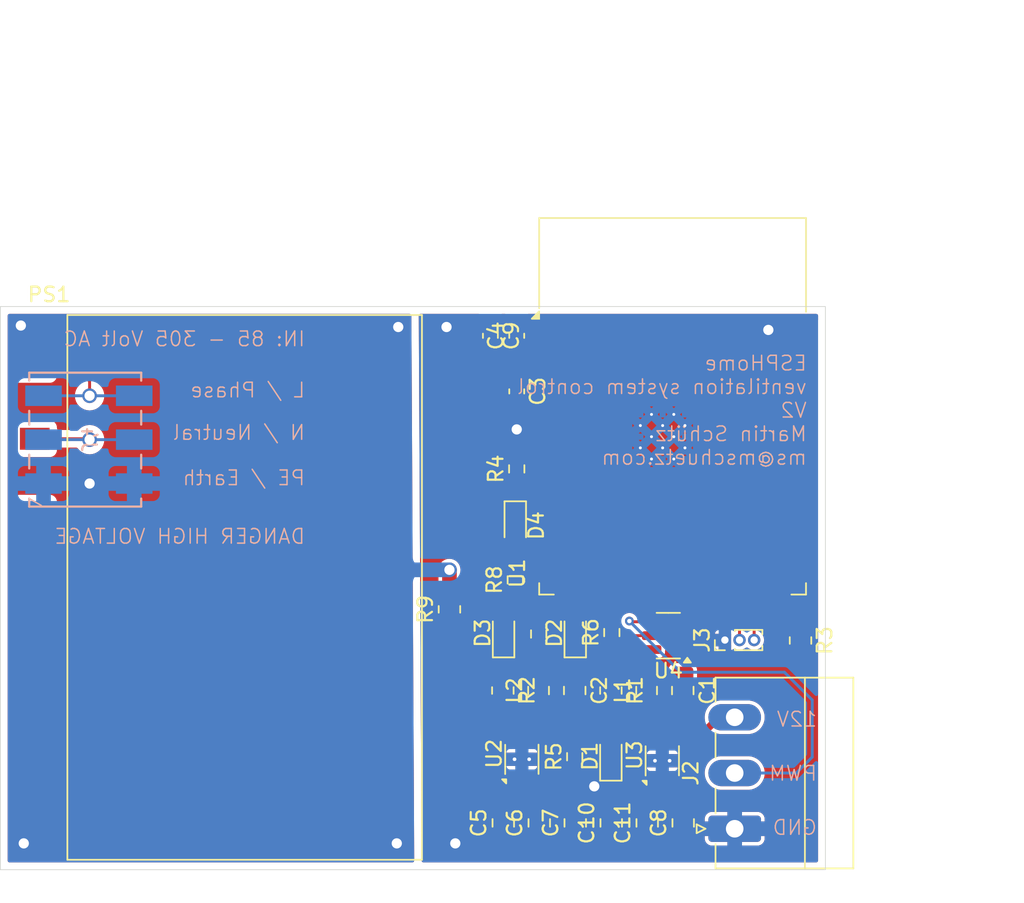
<source format=kicad_pcb>
(kicad_pcb (version 20240108) (generator "pcbnew") (generator_version "8.0")
  (layers (0 "F.Cu" signal) (31 "B.Cu" signal) (34 "B.Paste" user) (35 "F.Paste" user) (36 "B.SilkS" user "B.Silkscreen") (37 "F.SilkS" user "F.Silkscreen") (38 "B.Mask" user) (39 "F.Mask" user) (44 "Edge.Cuts" user))
  (net 0 "")
  (net 1 "/AC_L")
  (net 2 "/AC_N")
  (net 3 "GNDREF")
  (net 4 "+12V")
  (net 5 "/AC_PE")
  (net 32 "+5V")
  (net 33 "Net-(U2-PG)")
  (net 34 "Net-(U2-SW)")
  (net 35 "+3.3V")
  (net 36 "Net-(U3-SW)")
  (net 37 "Net-(U3-PG)")
  (net 38 "Net-(J2-Pin_2)")
  (net 39 "Net-(J3-Pin_2)")
  (net 40 "Net-(U1-IO0)")
  (net 41 "/FAN_PWM")
  (net 42 "Net-(U1-EN)")
  (net 43 "Net-(D1-A)")
  (net 44 "Net-(D2-A)")
  (net 45 "Net-(D3-A)")
  (net 46 "Net-(J3-Pin_3)")
  (net 47 "Net-(D4-K)")
  (net 48 "Net-(D4-A)")
  (footprint "Converter_ACDC:Converter_ACDC_MeanWell_IRM-03-xx_SMD" (layer "F.Cu") (at 128 127.5)
    (property "Reference" "PS1" (at -13.37 -20.02 0) (layer "F.SilkS"))
    (property "Value" "IRM-03-12S")
    (pad "1" smd rect (at -14.35 -15.24 270) (size 1.5 2.03) (layers "F.Cu" "F.Paste" "F.Mask") (net 1 "/AC_L"))
    (pad "3" smd rect (at -14.35 -10.16 270) (size 1.5 2.03) (layers "F.Cu" "F.Paste" "F.Mask") (net 2 "/AC_N"))
    (pad "5" smd rect (at -14.35 -5.08 270) (size 1.5 2.03) (layers "F.Cu" "F.Paste" "F.Mask"))
    (pad "10" smd rect (at -14.35 7.62 270) (size 1.5 2.03) (layers "F.Cu" "F.Paste" "F.Mask") (net 5 "/AC_PE"))
    (pad "11" smd rect (at -14.35 10.16 270) (size 1.5 2.03) (layers "F.Cu" "F.Paste" "F.Mask") (net 5 "/AC_PE"))
    (pad "12" smd rect (at -14.35 12.7 270) (size 1.5 2.03) (layers "F.Cu" "F.Paste" "F.Mask") (net 5 "/AC_PE"))
    (pad "13" smd rect (at -14.35 15.24 270) (size 1.5 2.03) (layers "F.Cu" "F.Paste" "F.Mask") (net 5 "/AC_PE"))
    (pad "14" smd rect (at 14.35 15.24 270) (size 1.5 2.03) (layers "F.Cu" "F.Paste" "F.Mask") (net 3 "GNDREF"))
    (pad "15" smd rect (at 14.35 12.7 270) (size 1.5 2.03) (layers "F.Cu" "F.Paste" "F.Mask") (net 3 "GNDREF"))
    (pad "16" smd rect (at 14.35 10.16 270) (size 1.5 2.03) (layers "F.Cu" "F.Paste" "F.Mask") (net 4 "+12V"))
    (pad "17" smd rect (at 14.35 7.62 270) (size 1.5 2.03) (layers "F.Cu" "F.Paste" "F.Mask") (net 3 "GNDREF"))
    (pad "22" smd rect (at 14.35 -5.08 270) (size 1.5 2.03) (layers "F.Cu" "F.Paste" "F.Mask") (net 3 "GNDREF"))
    (pad "24" smd rect (at 14.35 -10.16 270) (size 1.5 2.03) (layers "F.Cu" "F.Paste" "F.Mask") (net 3 "GNDREF"))
    (pad "26" smd rect (at 14.35 -15.24 270) (size 1.5 2.03) (layers "F.Cu" "F.Paste" "F.Mask") (net 3 "GNDREF"))
  )
  (footprint "Resistor_SMD:R_0805_2012Metric_Pad1.20x1.40mm_HandSolder" (layer "F.Cu") (at 153.036 134.55 -90)
    (property "Reference" "R1" (at 0 -1.65 90) (layer "F.SilkS"))
    (property "Value" "100k")
    (pad "1" smd roundrect (at -1 0 270) (size 1.2 1.4) (layers "F.Cu" "F.Paste" "F.Mask") (roundrect_rratio 0.208333) (net 32 "+5V"))
    (pad "2" smd roundrect (at 1 0 270) (size 1.2 1.4) (layers "F.Cu" "F.Paste" "F.Mask") (roundrect_rratio 0.208333) (net 37 "Net-(U3-PG)"))
  )
  (footprint "LED_SMD:LED_0603_1608Metric_Pad1.05x0.95mm_HandSolder" (layer "F.Cu") (at 146.5 123.275 -90)
    (property "Reference" "D4" (at 0 -1.43 90) (layer "F.SilkS"))
    (property "Value" "LED")
    (pad "1" smd roundrect (at -0.875 0 270) (size 1.05 0.95) (layers "F.Cu" "F.Paste" "F.Mask") (net 47 "Net-(D4-K)"))
    (pad "2" smd roundrect (at 0.875 0 270) (size 1.05 0.95) (layers "F.Cu" "F.Paste" "F.Mask") (net 48 "Net-(D4-A)"))
  )
  (footprint "Capacitor_SMD:C_0805_2012Metric_Pad1.18x1.45mm_HandSolder" (layer "F.Cu") (at 150.564 134.55 -90)
    (property "Reference" "C2" (at 0 -1.68 90) (layer "F.SilkS"))
    (property "Value" "22uF")
    (pad "1" smd roundrect (at -1.0375 0 270) (size 1.175 1.45) (layers "F.Cu" "F.Paste" "F.Mask") (roundrect_rratio 0.212766) (net 35 "+3.3V"))
    (pad "2" smd roundrect (at 1.0375 0 270) (size 1.175 1.45) (layers "F.Cu" "F.Paste" "F.Mask") (roundrect_rratio 0.212766) (net 3 "GNDREF"))
  )
  (footprint "Capacitor_SMD:C_0603_1608Metric_Pad1.08x0.95mm_HandSolder" (layer "F.Cu") (at 146.6 114.1 -90)
    (property "Reference" "C3" (at 0 -1.43 90) (layer "F.SilkS"))
    (property "Value" "100n")
    (pad "1" smd roundrect (at -0.8625 0 270) (size 1.075 0.95) (layers "F.Cu" "F.Paste" "F.Mask") (net 42 "Net-(U1-EN)"))
    (pad "2" smd roundrect (at 0.8625 0 270) (size 1.075 0.95) (layers "F.Cu" "F.Paste" "F.Mask") (net 3 "GNDREF"))
  )
  (footprint "LED_SMD:LED_0603_1608Metric_Pad1.05x0.95mm_HandSolder" (layer "F.Cu") (at 153.036 139.0525 90)
    (property "Reference" "D1" (at 0 -1.43 90) (layer "F.SilkS"))
    (property "Value" "LED")
    (pad "1" smd roundrect (at -0.875 0 90) (size 1.05 0.95) (layers "F.Cu" "F.Paste" "F.Mask") (net 3 "GNDREF"))
    (pad "2" smd roundrect (at 0.875 0 90) (size 1.05 0.95) (layers "F.Cu" "F.Paste" "F.Mask") (net 43 "Net-(D1-A)"))
  )
  (footprint "Connector_Phoenix_MC:PhoenixContact_MC_1,5_3-G-3.81_1x03_P3.81mm_Horizontal" (layer "F.Cu") (at 161.5 144 90)
    (property "Reference" "J2" (at 3.81 -3 90) (layer "F.SilkS"))
    (property "Value" "Conn_01x03_Socket")
    (pad "1" thru_hole roundrect (at 0 0 90) (size 1.8 3.6) (drill 1.2) (layers "*.Cu" "*.Mask") (roundrect_rratio 0.138889) (net 3 "GNDREF"))
    (pad "2" thru_hole oval (at 3.81 0 90) (size 1.8 3.6) (drill 1.2) (layers "*.Cu" "*.Mask") (net 38 "Net-(J2-Pin_2)"))
    (pad "3" thru_hole oval (at 7.62 0 90) (size 1.8 3.6) (drill 1.2) (layers "*.Cu" "*.Mask") (net 4 "+12V"))
  )
  (footprint "Connector_PinHeader_1.00mm:PinHeader_1x03_P1.00mm_Vertical" (layer "F.Cu") (at 160.83 131.1 90)
    (property "Reference" "J3" (at 0 -1.56 90) (layer "F.SilkS"))
    (property "Value" "Conn_01x03")
    (pad "1" thru_hole rect (at 0 0 90) (size 0.85 0.85) (drill 0.5) (layers "*.Cu" "*.Mask") (net 3 "GNDREF"))
    (pad "2" thru_hole oval (at 0 1 90) (size 0.85 0.85) (drill 0.5) (layers "*.Cu" "*.Mask") (net 39 "Net-(J3-Pin_2)"))
    (pad "3" thru_hole oval (at 0 2 90) (size 0.85 0.85) (drill 0.5) (layers "*.Cu" "*.Mask") (net 46 "Net-(J3-Pin_3)"))
  )
  (footprint "Resistor_SMD:R_0805_2012Metric_Pad1.20x1.40mm_HandSolder" (layer "F.Cu") (at 145.65 134.55 -90)
    (property "Reference" "R2" (at 0 -1.65 90) (layer "F.SilkS"))
    (property "Value" "100k")
    (pad "1" smd roundrect (at -1 0 270) (size 1.2 1.4) (layers "F.Cu" "F.Paste" "F.Mask") (roundrect_rratio 0.208333) (net 35 "+3.3V"))
    (pad "2" smd roundrect (at 1 0 270) (size 1.2 1.4) (layers "F.Cu" "F.Paste" "F.Mask") (roundrect_rratio 0.208333) (net 33 "Net-(U2-PG)"))
  )
  (footprint "Capacitor_SMD:C_0805_2012Metric_Pad1.18x1.45mm_HandSolder" (layer "F.Cu") (at 145.68 143.6 90)
    (property "Reference" "C5" (at 0 -1.68 90) (layer "F.SilkS"))
    (property "Value" "10u")
    (pad "1" smd roundrect (at -1.0375 0 90) (size 1.175 1.45) (layers "F.Cu" "F.Paste" "F.Mask") (roundrect_rratio 0.212766) (net 3 "GNDREF"))
    (pad "2" smd roundrect (at 1.0375 0 90) (size 1.175 1.45) (layers "F.Cu" "F.Paste" "F.Mask") (roundrect_rratio 0.212766) (net 4 "+12V"))
  )
  (footprint "Package_SON:WSON-8-1EP_2x2mm_P0.5mm_EP0.9x1.6mm_ThermalVias" (layer "F.Cu") (at 146.95 139.25 90)
    (property "Reference" "U2" (at 0.38 -1.9 90) (layer "F.SilkS"))
    (property "Value" "TPS62172DSG")
    (pad "1" smd roundrect (at -0.95 -0.75 90) (size 0.5 0.25) (layers "F.Cu" "F.Paste" "F.Mask") (net 3 "GNDREF"))
    (pad "2" smd roundrect (at -0.95 -0.25 90) (size 0.5 0.25) (layers "F.Cu" "F.Paste" "F.Mask") (net 4 "+12V"))
    (pad "3" smd roundrect (at -0.95 0.25 90) (size 0.5 0.25) (layers "F.Cu" "F.Paste" "F.Mask") (net 4 "+12V"))
    (pad "4" smd roundrect (at -0.95 0.75 90) (size 0.5 0.25) (layers "F.Cu" "F.Paste" "F.Mask") (net 3 "GNDREF"))
    (pad "5" smd roundrect (at 0.95 0.75 90) (size 0.5 0.25) (layers "F.Cu" "F.Paste" "F.Mask") (net 3 "GNDREF"))
    (pad "6" smd roundrect (at 0.95 0.25 90) (size 0.5 0.25) (layers "F.Cu" "F.Paste" "F.Mask") (net 35 "+3.3V"))
    (pad "7" smd roundrect (at 0.95 -0.25 90) (size 0.5 0.25) (layers "F.Cu" "F.Paste" "F.Mask") (net 34 "Net-(U2-SW)"))
    (pad "8" smd roundrect (at 0.95 -0.75 90) (size 0.5 0.25) (layers "F.Cu" "F.Paste" "F.Mask") (net 33 "Net-(U2-PG)"))
    (pad "9" thru_hole circle (at 0 -0.5 90) (size 0.6 0.6) (drill 0.25) (layers "*.Cu") (net 3 "GNDREF"))
    (pad "9" smd rect (at 0 0 90) (size 0.9 1.6) (layers "F.Cu" "F.Mask") (net 3 "GNDREF"))
    (pad "9" smd rect (at 0 0 90) (size 0.9 1.6) (layers "B.Cu") (net 3 "GNDREF"))
    (pad "9" thru_hole circle (at 0 0.5 90) (size 0.6 0.6) (drill 0.25) (layers "*.Cu") (net 3 "GNDREF"))
  )
  (footprint "Resistor_SMD:R_0603_1608Metric_Pad0.98x0.95mm_HandSolder" (layer "F.Cu") (at 153.1 130.5875 90)
    (property "Reference" "R6" (at 0 -1.43 90) (layer "F.SilkS"))
    (property "Value" "R")
    (pad "1" smd roundrect (at -0.9125 0 90) (size 0.975 0.95) (layers "F.Cu" "F.Paste" "F.Mask") (net 32 "+5V"))
    (pad "2" smd roundrect (at 0.9125 0 90) (size 0.975 0.95) (layers "F.Cu" "F.Paste" "F.Mask") (net 44 "Net-(D2-A)"))
  )
  (footprint "Capacitor_SMD:C_0805_2012Metric_Pad1.18x1.45mm_HandSolder" (layer "F.Cu") (at 157.98 143.6 90)
    (property "Reference" "C8" (at 0 -1.68 90) (layer "F.SilkS"))
    (property "Value" "10u")
    (pad "1" smd roundrect (at -1.0375 0 90) (size 1.175 1.45) (layers "F.Cu" "F.Paste" "F.Mask") (roundrect_rratio 0.212766) (net 3 "GNDREF"))
    (pad "2" smd roundrect (at 1.0375 0 90) (size 1.175 1.45) (layers "F.Cu" "F.Paste" "F.Mask") (roundrect_rratio 0.212766) (net 4 "+12V"))
  )
  (footprint "Resistor_SMD:R_0603_1608Metric_Pad0.98x0.95mm_HandSolder" (layer "F.Cu") (at 146.6 119.4 90)
    (property "Reference" "R4" (at 0 -1.43 90) (layer "F.SilkS"))
    (property "Value" "100k")
    (pad "1" smd roundrect (at -0.9125 0 90) (size 0.975 0.95) (layers "F.Cu" "F.Paste" "F.Mask") (net 35 "+3.3V"))
    (pad "2" smd roundrect (at 0.9125 0 90) (size 0.975 0.95) (layers "F.Cu" "F.Paste" "F.Mask") (net 42 "Net-(U1-EN)"))
  )
  (footprint "Capacitor_SMD:C_0805_2012Metric_Pad1.18x1.45mm_HandSolder" (layer "F.Cu") (at 148.14 143.6 90)
    (property "Reference" "C6" (at 0 -1.68 90) (layer "F.SilkS"))
    (property "Value" "100n")
    (pad "1" smd roundrect (at -1.0375 0 90) (size 1.175 1.45) (layers "F.Cu" "F.Paste" "F.Mask") (roundrect_rratio 0.212766) (net 3 "GNDREF"))
    (pad "2" smd roundrect (at 1.0375 0 90) (size 1.175 1.45) (layers "F.Cu" "F.Paste" "F.Mask") (roundrect_rratio 0.212766) (net 4 "+12V"))
  )
  (footprint "Package_SON:WSON-8-1EP_2x2mm_P0.5mm_EP0.9x1.6mm_ThermalVias" (layer "F.Cu") (at 156.55 139.35 90)
    (property "Reference" "U3" (at 0.38 -1.9 90) (layer "F.SilkS"))
    (property "Value" "TPS62172DSG")
    (pad "1" smd roundrect (at -0.95 -0.75 90) (size 0.5 0.25) (layers "F.Cu" "F.Paste" "F.Mask") (net 3 "GNDREF"))
    (pad "2" smd roundrect (at -0.95 -0.25 90) (size 0.5 0.25) (layers "F.Cu" "F.Paste" "F.Mask") (net 4 "+12V"))
    (pad "3" smd roundrect (at -0.95 0.25 90) (size 0.5 0.25) (layers "F.Cu" "F.Paste" "F.Mask") (net 4 "+12V"))
    (pad "4" smd roundrect (at -0.95 0.75 90) (size 0.5 0.25) (layers "F.Cu" "F.Paste" "F.Mask") (net 3 "GNDREF"))
    (pad "5" smd roundrect (at 0.95 0.75 90) (size 0.5 0.25) (layers "F.Cu" "F.Paste" "F.Mask") (net 3 "GNDREF"))
    (pad "6" smd roundrect (at 0.95 0.25 90) (size 0.5 0.25) (layers "F.Cu" "F.Paste" "F.Mask") (net 32 "+5V"))
    (pad "7" smd roundrect (at 0.95 -0.25 90) (size 0.5 0.25) (layers "F.Cu" "F.Paste" "F.Mask") (net 36 "Net-(U3-SW)"))
    (pad "8" smd roundrect (at 0.95 -0.75 90) (size 0.5 0.25) (layers "F.Cu" "F.Paste" "F.Mask") (net 37 "Net-(U3-PG)"))
    (pad "9" thru_hole circle (at 0 -0.5 90) (size 0.6 0.6) (drill 0.25) (layers "*.Cu") (net 3 "GNDREF"))
    (pad "9" smd rect (at 0 0 90) (size 0.9 1.6) (layers "F.Cu" "F.Mask") (net 3 "GNDREF"))
    (pad "9" smd rect (at 0 0 90) (size 0.9 1.6) (layers "B.Cu") (net 3 "GNDREF"))
    (pad "9" thru_hole circle (at 0 0.5 90) (size 0.6 0.6) (drill 0.25) (layers "*.Cu") (net 3 "GNDREF"))
  )
  (footprint "Capacitor_SMD:C_0805_2012Metric_Pad1.18x1.45mm_HandSolder" (layer "F.Cu") (at 153.06 143.6 90)
    (property "Reference" "C10" (at 0 -1.68 90) (layer "F.SilkS"))
    (property "Value" "1n")
    (pad "1" smd roundrect (at -1.0375 0 90) (size 1.175 1.45) (layers "F.Cu" "F.Paste" "F.Mask") (roundrect_rratio 0.212766) (net 3 "GNDREF"))
    (pad "2" smd roundrect (at 1.0375 0 90) (size 1.175 1.45) (layers "F.Cu" "F.Paste" "F.Mask") (roundrect_rratio 0.212766) (net 4 "+12V"))
  )
  (footprint "Resistor_SMD:R_0805_2012Metric_Pad1.20x1.40mm_HandSolder" (layer "F.Cu") (at 142 129 90)
    (property "Reference" "R9" (at 0 -1.65 90) (layer "F.SilkS"))
    (property "Value" "1M")
    (pad "1" smd roundrect (at -1 0 90) (size 1.2 1.4) (layers "F.Cu" "F.Paste" "F.Mask") (roundrect_rratio 0.208333) (net 3 "GNDREF"))
    (pad "2" smd roundrect (at 1 0 90) (size 1.2 1.4) (layers "F.Cu" "F.Paste" "F.Mask") (roundrect_rratio 0.208333) (net 5 "/AC_PE"))
  )
  (footprint "Inductor_SMD:L_0805_2012Metric_Pad1.15x1.40mm_HandSolder" (layer "F.Cu") (at 148.092 134.55 90)
    (property "Reference" "L2" (at 0 -1.65 90) (layer "F.SilkS"))
    (property "Value" "2.2uF")
    (pad "1" smd roundrect (at -1.025 0 90) (size 1.15 1.4) (layers "F.Cu" "F.Paste" "F.Mask") (roundrect_rratio 0.217391) (net 34 "Net-(U2-SW)"))
    (pad "2" smd roundrect (at 1.025 0 90) (size 1.15 1.4) (layers "F.Cu" "F.Paste" "F.Mask") (roundrect_rratio 0.217391) (net 35 "+3.3V"))
  )
  (footprint "Capacitor_SMD:C_0603_1608Metric_Pad1.08x0.95mm_HandSolder" (layer "F.Cu") (at 144.8 110.3 -90)
    (property "Reference" "C9" (at 0 -1.43 90) (layer "F.SilkS"))
    (property "Value" "100n")
    (pad "1" smd roundrect (at -0.8625 0 270) (size 1.075 0.95) (layers "F.Cu" "F.Paste" "F.Mask") (net 3 "GNDREF"))
    (pad "2" smd roundrect (at 0.8625 0 270) (size 1.075 0.95) (layers "F.Cu" "F.Paste" "F.Mask") (net 35 "+3.3V"))
  )
  (footprint "Resistor_SMD:R_0603_1608Metric_Pad0.98x0.95mm_HandSolder" (layer "F.Cu") (at 150.564 139.075 90)
    (property "Reference" "R5" (at 0 -1.43 90) (layer "F.SilkS"))
    (property "Value" "R")
    (pad "1" smd roundrect (at -0.9125 0 90) (size 0.975 0.95) (layers "F.Cu" "F.Paste" "F.Mask") (net 4 "+12V"))
    (pad "2" smd roundrect (at 0.9125 0 90) (size 0.975 0.95) (layers "F.Cu" "F.Paste" "F.Mask") (net 43 "Net-(D1-A)"))
  )
  (footprint "Inductor_SMD:L_0805_2012Metric_Pad1.15x1.40mm_HandSolder" (layer "F.Cu") (at 155.478 134.55 90)
    (property "Reference" "L1" (at 0 -1.65 90) (layer "F.SilkS"))
    (property "Value" "2.2uF")
    (pad "1" smd roundrect (at -1.025 0 90) (size 1.15 1.4) (layers "F.Cu" "F.Paste" "F.Mask") (roundrect_rratio 0.217391) (net 36 "Net-(U3-SW)"))
    (pad "2" smd roundrect (at 1.025 0 90) (size 1.15 1.4) (layers "F.Cu" "F.Paste" "F.Mask") (roundrect_rratio 0.217391) (net 32 "+5V"))
  )
  (footprint "Capacitor_SMD:C_0805_2012Metric_Pad1.18x1.45mm_HandSolder" (layer "F.Cu") (at 155.52 143.6 90)
    (property "Reference" "C11" (at 0 -1.68 90) (layer "F.SilkS"))
    (property "Value" "1n")
    (pad "1" smd roundrect (at -1.0375 0 90) (size 1.175 1.45) (layers "F.Cu" "F.Paste" "F.Mask") (roundrect_rratio 0.212766) (net 3 "GNDREF"))
    (pad "2" smd roundrect (at 1.0375 0 90) (size 1.175 1.45) (layers "F.Cu" "F.Paste" "F.Mask") (roundrect_rratio 0.212766) (net 4 "+12V"))
  )
  (footprint "Package_TO_SOT_SMD:SOT-23-6" (layer "F.Cu") (at 156.9625 130.8 180)
    (property "Reference" "U4" (at 0 -2.4 0) (layer "F.SilkS"))
    (property "Value" "TXS0101DBV")
    (pad "1" smd roundrect (at -1.1375 -0.95 180) (size 1.325 0.6) (layers "F.Cu" "F.Paste" "F.Mask") (net 35 "+3.3V"))
    (pad "2" smd roundrect (at -1.1375 0 180) (size 1.325 0.6) (layers "F.Cu" "F.Paste" "F.Mask") (net 3 "GNDREF"))
    (pad "3" smd roundrect (at -1.1375 0.95 180) (size 1.325 0.6) (layers "F.Cu" "F.Paste" "F.Mask") (net 41 "/FAN_PWM"))
    (pad "4" smd roundrect (at 1.1375 0.95 180) (size 1.325 0.6) (layers "F.Cu" "F.Paste" "F.Mask") (net 38 "Net-(J2-Pin_2)"))
    (pad "5" smd roundrect (at 1.1375 0 180) (size 1.325 0.6) (layers "F.Cu" "F.Paste" "F.Mask") (net 35 "+3.3V"))
    (pad "6" smd roundrect (at 1.1375 -0.95 180) (size 1.325 0.6) (layers "F.Cu" "F.Paste" "F.Mask") (net 32 "+5V"))
  )
  (footprint "Capacitor_SMD:C_0603_1608Metric_Pad1.08x0.95mm_HandSolder" (layer "F.Cu") (at 146.6 110.3 90)
    (property "Reference" "C4" (at 0 -1.43 90) (layer "F.SilkS"))
    (property "Value" "10u")
    (pad "1" smd roundrect (at -0.8625 0 90) (size 1.075 0.95) (layers "F.Cu" "F.Paste" "F.Mask") (net 35 "+3.3V"))
    (pad "2" smd roundrect (at 0.8625 0 90) (size 1.075 0.95) (layers "F.Cu" "F.Paste" "F.Mask") (net 3 "GNDREF"))
  )
  (footprint "Resistor_SMD:R_0603_1608Metric_Pad0.98x0.95mm_HandSolder" (layer "F.Cu") (at 148.1 130.6875 90)
    (property "Reference" "R7" (hide yes))
    (property "Value" "R")
    (pad "1" smd roundrect (at -0.9125 0 90) (size 0.975 0.95) (layers "F.Cu" "F.Paste" "F.Mask") (net 35 "+3.3V"))
    (pad "2" smd roundrect (at 0.9125 0 90) (size 0.975 0.95) (layers "F.Cu" "F.Paste" "F.Mask") (net 45 "Net-(D3-A)"))
  )
  (footprint "LED_SMD:LED_0603_1608Metric_Pad1.05x0.95mm_HandSolder" (layer "F.Cu") (at 150.6 130.625 90)
    (property "Reference" "D2" (at 0 -1.43 90) (layer "F.SilkS"))
    (property "Value" "LED")
    (pad "1" smd roundrect (at -0.875 0 90) (size 1.05 0.95) (layers "F.Cu" "F.Paste" "F.Mask") (net 3 "GNDREF"))
    (pad "2" smd roundrect (at 0.875 0 90) (size 1.05 0.95) (layers "F.Cu" "F.Paste" "F.Mask") (net 44 "Net-(D2-A)"))
  )
  (footprint "Capacitor_SMD:C_0805_2012Metric_Pad1.18x1.45mm_HandSolder" (layer "F.Cu") (at 150.6 143.6 90)
    (property "Reference" "C7" (at 0 -1.68 90) (layer "F.SilkS"))
    (property "Value" "100n")
    (pad "1" smd roundrect (at -1.0375 0 90) (size 1.175 1.45) (layers "F.Cu" "F.Paste" "F.Mask") (roundrect_rratio 0.212766) (net 3 "GNDREF"))
    (pad "2" smd roundrect (at 1.0375 0 90) (size 1.175 1.45) (layers "F.Cu" "F.Paste" "F.Mask") (roundrect_rratio 0.212766) (net 4 "+12V"))
  )
  (footprint "Resistor_SMD:R_0603_1608Metric_Pad0.98x0.95mm_HandSolder" (layer "F.Cu") (at 146.5 126.9875 90)
    (property "Reference" "R8" (at 0 -1.43 90) (layer "F.SilkS"))
    (property "Value" "R")
    (pad "1" smd roundrect (at -0.9125 0 90) (size 0.975 0.95) (layers "F.Cu" "F.Paste" "F.Mask") (net 35 "+3.3V"))
    (pad "2" smd roundrect (at 0.9125 0 90) (size 0.975 0.95) (layers "F.Cu" "F.Paste" "F.Mask") (net 48 "Net-(D4-A)"))
  )
  (footprint "LED_SMD:LED_0603_1608Metric_Pad1.05x0.95mm_HandSolder" (layer "F.Cu") (at 145.7 130.625 90)
    (property "Reference" "D3" (at 0 -1.43 90) (layer "F.SilkS"))
    (property "Value" "LED")
    (pad "1" smd roundrect (at -0.875 0 90) (size 1.05 0.95) (layers "F.Cu" "F.Paste" "F.Mask") (net 3 "GNDREF"))
    (pad "2" smd roundrect (at 0.875 0 90) (size 1.05 0.95) (layers "F.Cu" "F.Paste" "F.Mask") (net 45 "Net-(D3-A)"))
  )
  (footprint "Resistor_SMD:R_0805_2012Metric_Pad1.20x1.40mm_HandSolder" (layer "F.Cu") (at 166 131.13 -90)
    (property "Reference" "R3" (at 0 -1.65 90) (layer "F.SilkS"))
    (property "Value" "100k")
    (pad "1" smd roundrect (at -1 0 270) (size 1.2 1.4) (layers "F.Cu" "F.Paste" "F.Mask") (roundrect_rratio 0.208333) (net 40 "Net-(U1-IO0)"))
    (pad "2" smd roundrect (at 1 0 270) (size 1.2 1.4) (layers "F.Cu" "F.Paste" "F.Mask") (roundrect_rratio 0.208333) (net 3 "GNDREF"))
  )
  (footprint "Capacitor_SMD:C_0805_2012Metric_Pad1.18x1.45mm_HandSolder" (layer "F.Cu") (at 157.95 134.55 -90)
    (property "Reference" "C1" (at 0 -1.68 90) (layer "F.SilkS"))
    (property "Value" "22uF")
    (pad "1" smd roundrect (at -1.0375 0 270) (size 1.175 1.45) (layers "F.Cu" "F.Paste" "F.Mask") (roundrect_rratio 0.212766) (net 32 "+5V"))
    (pad "2" smd roundrect (at 1.0375 0 270) (size 1.175 1.45) (layers "F.Cu" "F.Paste" "F.Mask") (roundrect_rratio 0.212766) (net 3 "GNDREF"))
  )
  (footprint "RF_Module:ESP32-WROOM-32" (layer "F.Cu") (at 157.255 118.11)
    (property "Reference" "U1" (at -10.61 8.43 90) (layer "F.SilkS"))
    (property "Value" "ESP32-WROOM-32")
    (pad "1" smd rect (at -8.75 -8.25) (size 1.5 0.9) (layers "F.Cu" "F.Paste" "F.Mask") (net 3 "GNDREF"))
    (pad "2" smd rect (at -8.75 -6.98) (size 1.5 0.9) (layers "F.Cu" "F.Paste" "F.Mask") (net 35 "+3.3V"))
    (pad "3" smd rect (at -8.75 -5.71) (size 1.5 0.9) (layers "F.Cu" "F.Paste" "F.Mask") (net 42 "Net-(U1-EN)"))
    (pad "4" smd rect (at -8.75 -4.44) (size 1.5 0.9) (layers "F.Cu" "F.Paste" "F.Mask"))
    (pad "5" smd rect (at -8.75 -3.17) (size 1.5 0.9) (layers "F.Cu" "F.Paste" "F.Mask"))
    (pad "6" smd rect (at -8.75 -1.9) (size 1.5 0.9) (layers "F.Cu" "F.Paste" "F.Mask"))
    (pad "7" smd rect (at -8.75 -0.63) (size 1.5 0.9) (layers "F.Cu" "F.Paste" "F.Mask"))
    (pad "8" smd rect (at -8.75 0.64) (size 1.5 0.9) (layers "F.Cu" "F.Paste" "F.Mask"))
    (pad "9" smd rect (at -8.75 1.91) (size 1.5 0.9) (layers "F.Cu" "F.Paste" "F.Mask"))
    (pad "10" smd rect (at -8.75 3.18) (size 1.5 0.9) (layers "F.Cu" "F.Paste" "F.Mask") (net 47 "Net-(D4-K)"))
    (pad "11" smd rect (at -8.75 4.45) (size 1.5 0.9) (layers "F.Cu" "F.Paste" "F.Mask"))
    (pad "12" smd rect (at -8.75 5.72) (size 1.5 0.9) (layers "F.Cu" "F.Paste" "F.Mask"))
    (pad "13" smd rect (at -8.75 6.99) (size 1.5 0.9) (layers "F.Cu" "F.Paste" "F.Mask"))
    (pad "14" smd rect (at -8.75 8.26) (size 1.5 0.9) (layers "F.Cu" "F.Paste" "F.Mask"))
    (pad "15" smd rect (at -5.71 9.51 90) (size 1.5 0.9) (layers "F.Cu" "F.Paste" "F.Mask") (net 3 "GNDREF"))
    (pad "16" smd rect (at -4.44 9.51 90) (size 1.5 0.9) (layers "F.Cu" "F.Paste" "F.Mask"))
    (pad "17" smd rect (at -3.17 9.51 90) (size 1.5 0.9) (layers "F.Cu" "F.Paste" "F.Mask"))
    (pad "18" smd rect (at -1.9 9.51 90) (size 1.5 0.9) (layers "F.Cu" "F.Paste" "F.Mask"))
    (pad "19" smd rect (at -0.63 9.51 90) (size 1.5 0.9) (layers "F.Cu" "F.Paste" "F.Mask"))
    (pad "20" smd rect (at 0.64 9.51 90) (size 1.5 0.9) (layers "F.Cu" "F.Paste" "F.Mask"))
    (pad "21" smd rect (at 1.91 9.51 90) (size 1.5 0.9) (layers "F.Cu" "F.Paste" "F.Mask"))
    (pad "22" smd rect (at 3.18 9.51 90) (size 1.5 0.9) (layers "F.Cu" "F.Paste" "F.Mask"))
    (pad "25" smd rect (at 8.75 8.26) (size 1.5 0.9) (layers "F.Cu" "F.Paste" "F.Mask") (net 40 "Net-(U1-IO0)"))
    (pad "26" smd rect (at 8.75 6.99) (size 1.5 0.9) (layers "F.Cu" "F.Paste" "F.Mask"))
    (pad "27" smd rect (at 8.75 5.72) (size 1.5 0.9) (layers "F.Cu" "F.Paste" "F.Mask"))
    (pad "28" smd rect (at 8.75 4.45) (size 1.5 0.9) (layers "F.Cu" "F.Paste" "F.Mask"))
    (pad "29" smd rect (at 8.75 3.18) (size 1.5 0.9) (layers "F.Cu" "F.Paste" "F.Mask"))
    (pad "30" smd rect (at 8.75 1.91) (size 1.5 0.9) (layers "F.Cu" "F.Paste" "F.Mask"))
    (pad "31" smd rect (at 8.75 0.64) (size 1.5 0.9) (layers "F.Cu" "F.Paste" "F.Mask"))
    (pad "32" smd rect (at 8.75 -0.63) (size 1.5 0.9) (layers "F.Cu" "F.Paste" "F.Mask"))
    (pad "33" smd rect (at 8.75 -1.9) (size 1.5 0.9) (layers "F.Cu" "F.Paste" "F.Mask"))
    (pad "34" smd rect (at 8.75 -3.17) (size 1.5 0.9) (layers "F.Cu" "F.Paste" "F.Mask") (net 46 "Net-(J3-Pin_3)"))
    (pad "35" smd rect (at 8.75 -4.44) (size 1.5 0.9) (layers "F.Cu" "F.Paste" "F.Mask") (net 39 "Net-(J3-Pin_2)"))
    (pad "36" smd rect (at 8.75 -5.71) (size 1.5 0.9) (layers "F.Cu" "F.Paste" "F.Mask") (net 41 "/FAN_PWM"))
    (pad "37" smd rect (at 8.75 -6.98) (size 1.5 0.9) (layers "F.Cu" "F.Paste" "F.Mask"))
    (pad "38" smd rect (at 8.75 -8.25) (size 1.5 0.9) (layers "F.Cu" "F.Paste" "F.Mask") (net 3 "GNDREF"))
    (pad "39" smd rect (at -2.205 -2.435) (size 1.05 1.05) (layers "F.Cu" "F.Paste") (net 3 "GNDREF"))
    (pad "39" thru_hole circle (at -2.205 -1.6725) (size 0.6 0.6) (drill 0.2) (property pad_prop_heatsink) (layers "*.Cu" "F.Mask") (net 3 "GNDREF"))
    (pad "39" smd rect (at -2.205 -0.91) (size 1.05 1.05) (layers "F.Cu" "F.Paste") (net 3 "GNDREF"))
    (pad "39" thru_hole circle (at -2.205 -0.1475) (size 0.6 0.6) (drill 0.2) (property pad_prop_heatsink) (layers "*.Cu" "F.Mask") (net 3 "GNDREF"))
    (pad "39" smd rect (at -2.205 0.615) (size 1.05 1.05) (layers "F.Cu" "F.Paste") (net 3 "GNDREF"))
    (pad "39" thru_hole circle (at -1.4425 -2.435) (size 0.6 0.6) (drill 0.2) (property pad_prop_heatsink) (layers "*.Cu" "F.Mask") (net 3 "GNDREF"))
    (pad "39" thru_hole circle (at -1.4425 -0.91) (size 0.6 0.6) (drill 0.2) (property pad_prop_heatsink) (layers "*.Cu" "F.Mask") (net 3 "GNDREF"))
    (pad "39" thru_hole circle (at -1.4425 0.615) (size 0.6 0.6) (drill 0.2) (property pad_prop_heatsink) (layers "*.Cu" "F.Mask") (net 3 "GNDREF"))
    (pad "39" smd rect (at -0.68 -2.435) (size 1.05 1.05) (layers "F.Cu" "F.Paste") (net 3 "GNDREF"))
    (pad "39" thru_hole circle (at -0.68 -1.6725) (size 0.6 0.6) (drill 0.2) (property pad_prop_heatsink) (layers "*.Cu" "F.Mask") (net 3 "GNDREF"))
    (pad "39" smd rect (at -0.68 -0.91) (size 1.05 1.05) (layers "F.Cu" "F.Paste") (net 3 "GNDREF"))
    (pad "39" smd rect (at -0.68 -0.91) (size 4.2 4.2) (layers "F.Cu" "F.Mask") (net 3 "GNDREF"))
    (pad "39" thru_hole circle (at -0.68 -0.1475) (size 0.6 0.6) (drill 0.2) (property pad_prop_heatsink) (layers "*.Cu" "F.Mask") (net 3 "GNDREF"))
    (pad "39" smd rect (at -0.68 0.615) (size 1.05 1.05) (layers "F.Cu" "F.Paste") (net 3 "GNDREF"))
    (pad "39" thru_hole circle (at 0.0825 -2.435) (size 0.6 0.6) (drill 0.2) (property pad_prop_heatsink) (layers "*.Cu" "F.Mask") (net 3 "GNDREF"))
    (pad "39" thru_hole circle (at 0.0825 -0.91) (size 0.6 0.6) (drill 0.2) (property pad_prop_heatsink) (layers "*.Cu" "F.Mask") (net 3 "GNDREF"))
    (pad "39" thru_hole circle (at 0.0825 0.615) (size 0.6 0.6) (drill 0.2) (property pad_prop_heatsink) (layers "*.Cu" "F.Mask") (net 3 "GNDREF"))
    (pad "39" smd rect (at 0.845 -2.435) (size 1.05 1.05) (layers "F.Cu" "F.Paste") (net 3 "GNDREF"))
    (pad "39" thru_hole circle (at 0.845 -1.6725) (size 0.6 0.6) (drill 0.2) (property pad_prop_heatsink) (layers "*.Cu" "F.Mask") (net 3 "GNDREF"))
    (pad "39" smd rect (at 0.845 -0.91) (size 1.05 1.05) (layers "F.Cu" "F.Paste") (net 3 "GNDREF"))
    (pad "39" thru_hole circle (at 0.845 -0.1475) (size 0.6 0.6) (drill 0.2) (property pad_prop_heatsink) (layers "*.Cu" "F.Mask") (net 3 "GNDREF"))
    (pad "39" smd rect (at 0.845 0.615) (size 1.05 1.05) (layers "F.Cu" "F.Paste") (net 3 "GNDREF"))
    (zone (net 0) (net_name "") (layers "F.Cu" "In1.Cu" "B.Cu") (connect_pads (clearance 0)) (min_thickness 0.254)
      (keepout (tracks not_allowed) (vias not_allowed) (pads not_allowed) (copperpour not_allowed) (footprints not_allowed))
      (fill (thermal_gap 0.508) (thermal_bridge_width 0.508))
      (polygon (pts (xy 133.255 108.31) (xy 181.255 108.31) (xy 181.255 87.37) (xy 133.255 87.37)))
    )
  )
  (footprint "KWLcontrol:CONN3_2059-323&slash_998-403_WAG" (layer "B.Cu") (at 117.1 117.400002 90)
    (property "Reference" "J4" (at 0 0.249999 -90) (layer "B.SilkS") (effects (justify mirror)))
    (property "Value" "2059-323/998-403")
    (pad "1" smd rect (at -2.999998 -2.849999 90) (size 1.397 2.5) (layers "B.Cu" "B.Paste" "B.Mask") (net 5 "/AC_PE"))
    (pad "2" smd rect (at -2.999998 3.349998 90) (size 1.397 2.5) (layers "B.Cu" "B.Paste" "B.Mask") (net 5 "/AC_PE"))
    (pad "3" smd rect (at 0 -2.849999 90) (size 1.397 2.5) (layers "B.Cu" "B.Paste" "B.Mask") (net 2 "/AC_N"))
    (pad "4" smd rect (at 0 3.349998 90) (size 1.397 2.5) (layers "B.Cu" "B.Paste" "B.Mask") (net 2 "/AC_N"))
    (pad "5" smd rect (at 3 -2.849999 90) (size 1.397 2.5) (layers "B.Cu" "B.Paste" "B.Mask") (net 1 "/AC_L"))
    (pad "6" smd rect (at 3 3.349998 90) (size 1.397 2.5) (layers "B.Cu" "B.Paste" "B.Mask") (net 1 "/AC_L"))
  )
  (gr_rect (start 111.3 108.3) (end 167.7 146.8) (stroke (width 0.05)) (fill none) (layer "Edge.Cuts"))
  (gr_text "DANGER HIGH VOLTAGE" (at 132.2 124.6 0) (layer "B.SilkS") (effects (font (size 1 1) (thickness 0.1)) (justify left bottom mirror)))
  (gr_text "ESPHome \nventilation system control\nV2\nMartin Schütz\nms@mschuetz.com" (at 166.5 119.2 0) (layer "B.SilkS") (effects (font (size 1 1) (thickness 0.1)) (justify left bottom mirror)))
  (gr_text "PWM" (at 167.2 140.8 0) (layer "B.SilkS") (effects (font (size 1 1) (thickness 0.1)) (justify left bottom mirror)))
  (gr_text "L / Phase" (at 132.2 114.6 0) (layer "B.SilkS") (effects (font (size 1 1) (thickness 0.1)) (justify left bottom mirror)))
  (gr_text "N / Neutral" (at 132.2 117.5 0) (layer "B.SilkS") (effects (font (size 1 1) (thickness 0.1)) (justify left bottom mirror)))
  (gr_text "IN: 85 - 305 Volt AC" (at 132.2 111.1 0) (layer "B.SilkS") (effects (font (size 1 1) (thickness 0.1)) (justify left bottom mirror)))
  (gr_text "PE / Earth" (at 132.2 120.6 0) (layer "B.SilkS") (effects (font (size 1 1) (thickness 0.1)) (justify left bottom mirror)))
  (gr_text "12V" (at 167.2 137.1 0) (layer "B.SilkS") (effects (font (size 1 1) (thickness 0.1)) (justify left bottom mirror)))
  (gr_text "GND" (at 167.2 144.5 0) (layer "B.SilkS") (effects (font (size 1 1) (thickness 0.1)) (justify left bottom mirror)))
  (segment (start 117.4 114.4) (end 117.4 113.4) (width 0.2) (layer "F.Cu") (net 1))
  (segment (start 117.4 113.4) (end 116.26 112.26) (width 0.2) (layer "F.Cu") (net 1))
  (segment (start 116.26 112.26) (end 113.65 112.26) (width 0.2) (layer "F.Cu") (net 1))
  (via (at 117.4 114.4) (size 1) (drill 0.7) (layers "F.Cu" "B.Cu") (net 1))
  (segment (start 114.250001 114.400002) (end 120.449998 114.400002) (width 0.2) (layer "B.Cu") (net 1))
  (segment (start 113.65 117.34) (end 117.34 117.34) (width 0.2) (layer "F.Cu") (net 2))
  (segment (start 117.34 117.34) (end 117.4 117.4) (width 0.2) (layer "F.Cu") (net 2))
  (via (at 117.4 117.4) (size 1) (drill 0.7) (layers "F.Cu" "B.Cu") (net 2))
  (segment (start 114.250001 117.400002) (end 120.449998 117.400002) (width 0.2) (layer "B.Cu") (net 2))
  (via (at 142.4 145) (size 1) (drill 0.7) (layers "F.Cu" "B.Cu") (net 3))
  (via (at 151.9 141.1) (size 1) (drill 0.7) (layers "F.Cu" "B.Cu") (net 3))
  (via (at 141.8 109.7) (size 1) (drill 0.7) (layers "F.Cu" "B.Cu") (net 3))
  (via (at 146.6 116.7) (size 1) (drill 0.7) (layers "F.Cu" "B.Cu") (net 3))
  (via (at 163.8 109.9) (size 1) (drill 0.7) (layers "F.Cu" "B.Cu") (net 3))
  (segment (start 157.98 142.5625) (end 145.68 142.5625) (width 0.5) (layer "F.Cu") (net 4))
  (segment (start 145.68 142.5625) (end 144.7 141.5825) (width 0.5) (layer "F.Cu") (net 4))
  (segment (start 156.8 140.3) (end 156.8 141.3825) (width 0.2) (layer "F.Cu") (net 4))
  (segment (start 161.5 136.38) (end 160.42 136.38) (width 0.5) (layer "F.Cu") (net 4))
  (segment (start 158.7 141.8425) (end 157.98 142.5625) (width 0.5) (layer "F.Cu") (net 4))
  (segment (start 146.7 141.5425) (end 145.68 142.5625) (width 0.2) (layer "F.Cu") (net 4))
  (segment (start 147.2 141.6225) (end 148.14 142.5625) (width 0.2) (layer "F.Cu") (net 4))
  (segment (start 156.3 140.3) (end 156.3 141.3) (width 0.2) (layer "F.Cu") (net 4))
  (segment (start 156.3 141.3) (end 155.52 142.08) (width 0.2) (layer "F.Cu") (net 4))
  (segment (start 150.6 142.5625) (end 150.6 140.0235) (width 0.2) (layer "F.Cu") (net 4))
  (segment (start 144.16 137.66) (end 142.35 137.66) (width 0.5) (layer "F.Cu") (net 4))
  (segment (start 146.7 140.2) (end 146.7 141.5425) (width 0.2) (layer "F.Cu") (net 4))
  (segment (start 144.7 138.2) (end 144.16 137.66) (width 0.5) (layer "F.Cu") (net 4))
  (segment (start 150.6 140.0235) (end 150.564 139.9875) (width 0.2) (layer "F.Cu") (net 4))
  (segment (start 160.42 136.38) (end 158.7 138.1) (width 0.5) (layer "F.Cu") (net 4))
  (segment (start 156.8 141.3825) (end 157.98 142.5625) (width 0.2) (layer "F.Cu") (net 4))
  (segment (start 144.7 141.5825) (end 144.7 138.2) (width 0.5) (layer "F.Cu") (net 4))
  (segment (start 155.52 142.08) (end 155.52 142.5625) (width 0.2) (layer "F.Cu") (net 4))
  (segment (start 147.2 140.2) (end 147.2 141.6225) (width 0.2) (layer "F.Cu") (net 4))
  (segment (start 158.7 138.1) (end 158.7 141.8425) (width 0.5) (layer "F.Cu") (net 4))
  (segment (start 142 128) (end 142 126.3) (width 1) (layer "F.Cu") (net 5))
  (via (at 117.4 120.4) (size 1) (drill 0.7) (layers "F.Cu" "B.Cu") (net 5))
  (via (at 142 126.3) (size 1) (drill 0.7) (layers "F.Cu" "B.Cu") (net 5))
  (via (at 112.9 145) (size 1) (drill 0.7) (layers "F.Cu" "B.Cu") (net 5))
  (via (at 112.7 109.6) (size 1) (drill 0.7) (layers "F.Cu" "B.Cu") (net 5))
  (via (at 138.5 109.7) (size 1) (drill 0.7) (layers "F.Cu" "B.Cu") (net 5))
  (via (at 138.4 145) (size 1) (drill 0.7) (layers "F.Cu" "B.Cu") (net 5))
  (segment (start 142 126.3) (end 120.6 126.3) (width 1) (layer "B.Cu") (net 5))
  (segment (start 120.6 126.3) (end 117.4 123.1) (width 1) (layer "B.Cu") (net 5))
  (segment (start 117.4 123.1) (end 117.4 120.4) (width 1) (layer "B.Cu") (net 5))
  (segment (start 156.8 133.5125) (end 153.0735 133.5125) (width 0.2) (layer "F.Cu") (net 32))
  (segment (start 154.45 131.75) (end 154.2 131.5) (width 0.2) (layer "F.Cu") (net 32))
  (segment (start 157.95 133.5125) (end 156.8 133.5125) (width 0.2) (layer "F.Cu") (net 32))
  (segment (start 156.8 138.4) (end 156.8 133.5125) (width 0.2) (layer "F.Cu") (net 32))
  (segment (start 155.6 133.403) (end 155.478 133.525) (width 0.2) (layer "F.Cu") (net 32))
  (segment (start 154.2 131.5) (end 153.1 131.5) (width 0.2) (layer "F.Cu") (net 32))
  (segment (start 153.0735 133.5125) (end 153.036 133.55) (width 0.2) (layer "F.Cu") (net 32))
  (segment (start 153.1 131.5) (end 153.1 133.486) (width 0.2) (layer "F.Cu") (net 32))
  (segment (start 155.825 131.75) (end 154.45 131.75) (width 0.2) (layer "F.Cu") (net 32))
  (segment (start 153.1 133.486) (end 153.036 133.55) (width 0.2) (layer "F.Cu") (net 32))
  (segment (start 145.65 135.55) (end 145.65 137.75) (width 0.2) (layer "F.Cu") (net 33))
  (segment (start 145.65 137.75) (end 146.2 138.3) (width 0.2) (layer "F.Cu") (net 33))
  (segment (start 148.092 135.575) (end 148.092 135.608) (width 0.2) (layer "F.Cu") (net 34))
  (segment (start 148.092 135.608) (end 146.7 137) (width 0.2) (layer "F.Cu") (net 34))
  (segment (start 146.7 137) (end 146.7 138.3) (width 0.2) (layer "F.Cu") (net 34))
  (segment (start 148.6 137.3) (end 147.935614 137.3) (width 0.2) (layer "F.Cu") (net 35))
  (segment (start 144.8 120.4) (end 144.8 118.6) (width 0.2) (layer "F.Cu") (net 35))
  (segment (start 151.8 132.2765) (end 151.8 130.9) (width 0.2) (layer "F.Cu") (net 35))
  (segment (start 146.6 120.3125) (end 144.8875 120.3125) (width 0.2) (layer "F.Cu") (net 35))
  (segment (start 149.3 133.525) (end 149.3 136.6) (width 0.2) (layer "F.Cu") (net 35))
  (segment (start 148.092 133.525) (end 150.5515 133.525) (width 0.2) (layer "F.Cu") (net 35))
  (segment (start 158.1 131.75) (end 157.45 131.75) (width 0.2) (layer "F.Cu") (net 35))
  (segment (start 145.65 133.55) (end 143.8 131.7) (width 0.2) (layer "F.Cu") (net 35))
  (segment (start 143.8 127.9) (end 143.8 124.9) (width 0.2) (layer "F.Cu") (net 35))
  (segment (start 144.8 114.8) (end 144.8 111.1625) (width 0.2) (layer "F.Cu") (net 35))
  (segment (start 154 130.6) (end 154.2 130.8) (width 0.2) (layer "F.Cu") (net 35))
  (segment (start 154.2 130.8) (end 155.825 130.8) (width 0.2) (layer "F.Cu") (net 35))
  (segment (start 144.8875 120.3125) (end 144.8 120.4) (width 0.2) (layer "F.Cu") (net 35))
  (segment (start 152.1 130.6) (end 154 130.6) (width 0.2) (layer "F.Cu") (net 35))
  (segment (start 147.935614 137.3) (end 147.2 138.035614) (width 0.2) (layer "F.Cu") (net 35))
  (segment (start 146.6 111.1625) (end 144.8 111.1625) (width 0.2) (layer "F.Cu") (net 35))
  (segment (start 146.6325 111.13) (end 146.6 111.1625) (width 0.2) (layer "F.Cu") (net 35))
  (segment (start 155.825 130.8) (end 155.625 130.6) (width 0.2) (layer "F.Cu") (net 35))
  (segment (start 157.45 131.75) (end 156.5 130.8) (width 0.2) (layer "F.Cu") (net 35))
  (segment (start 148.092 133.525) (end 145.675 133.525) (width 0.2) (layer "F.Cu") (net 35))
  (segment (start 148.1 131.6) (end 148.1 133.517) (width 0.2) (layer "F.Cu") (net 35))
  (segment (start 151.8 130.9) (end 152.1 130.6) (width 0.2) (layer "F.Cu") (net 35))
  (segment (start 149.3 136.6) (end 148.6 137.3) (width 0.2) (layer "F.Cu") (net 35))
  (segment (start 144.8125 118.6125) (end 144.8 118.6) (width 0.2) (layer "F.Cu") (net 35))
  (segment (start 145.675 133.525) (end 145.65 133.55) (width 0.2) (layer "F.Cu") (net 35))
  (segment (start 148.505 111.13) (end 146.6325 111.13) (width 0.2) (layer "F.Cu") (net 35))
  (segment (start 143.8 124.9) (end 144.8 123.9) (width 0.2) (layer "F.Cu") (net 35))
  (segment (start 144.8 123.9) (end 144.8 120.4) (width 0.2) (layer "F.Cu") (net 35))
  (segment (start 150.5515 133.525) (end 150.564 133.5125) (width 0.2) (layer "F.Cu") (net 35))
  (segment (start 156.5 130.8) (end 155.825 130.8) (width 0.2) (layer "F.Cu") (net 35))
  (segment (start 148.1045 133.5125) (end 148.092 133.525) (width 0.2) (layer "F.Cu") (net 35))
  (segment (start 146.5 127.9) (end 143.8 127.9) (width 0.2) (layer "F.Cu") (net 35))
  (segment (start 143.8 131.7) (end 143.8 127.9) (width 0.2) (layer "F.Cu") (net 35))
  (segment (start 144.8 118.6) (end 144.8 114.8) (width 0.2) (layer "F.Cu") (net 35))
  (segment (start 148.1 133.517) (end 148.092 133.525) (width 0.2) (layer "F.Cu") (net 35))
  (segment (start 147.2 138.035614) (end 147.2 138.3) (width 0.2) (layer "F.Cu") (net 35))
  (segment (start 150.564 133.5125) (end 151.8 132.2765) (width 0.2) (layer "F.Cu") (net 35))
  (segment (start 155.478 136.878) (end 156.3 137.7) (width 0.2) (layer "F.Cu") (net 36))
  (segment (start 155.478 135.575) (end 155.478 136.878) (width 0.2) (layer "F.Cu") (net 36))
  (segment (start 156.3 137.7) (end 156.3 138.4) (width 0.2) (layer "F.Cu") (net 36))
  (segment (start 153.036 135.636) (end 155.8 138.4) (width 0.2) (layer "F.Cu") (net 37))
  (segment (start 153.036 135.55) (end 153.036 135.636) (width 0.2) (layer "F.Cu") (net 37))
  (segment (start 154.3 129.8) (end 154.35 129.85) (width 0.2) (layer "F.Cu") (net 38))
  (segment (start 154.35 129.85) (end 155.825 129.85) (width 0.2) (layer "F.Cu") (net 38))
  (via (at 154.3 129.8) (size 0.6) (drill 0.3) (layers "F.Cu" "B.Cu") (net 38))
  (segment (start 154.3 129.8) (end 157.8 133.3) (width 0.2) (layer "B.Cu") (net 38))
  (segment (start 166.8 139.1) (end 165.71 140.19) (width 0.2) (layer "B.Cu") (net 38))
  (segment (start 166.8 135.2) (end 166.8 139.1) (width 0.2) (layer "B.Cu") (net 38))
  (segment (start 165.71 140.19) (end 161.5 140.19) (width 0.2) (layer "B.Cu") (net 38))
  (segment (start 157.8 133.3) (end 164.9 133.3) (width 0.2) (layer "B.Cu") (net 38))
  (segment (start 164.9 133.3) (end 166.8 135.2) (width 0.2) (layer "B.Cu") (net 38))
  (segment (start 166.015 113.66) (end 166.005 113.67) (width 0.2) (layer "F.Cu") (net 39))
  (segment (start 165.055 113.67) (end 166.005 113.67) (width 0.2) (layer "F.Cu") (net 39))
  (segment (start 161.83 130.07) (end 163.6 128.3) (width 0.2) (layer "F.Cu") (net 39))
  (segment (start 161.83 131.1) (end 161.83 130.07) (width 0.2) (layer "F.Cu") (net 39))
  (segment (start 163.6 128.3) (end 163.6 115.125) (width 0.2) (layer "F.Cu") (net 39))
  (segment (start 163.6 115.125) (end 165.055 113.67) (width 0.2) (layer "F.Cu") (net 39))
  (segment (start 166.005 126.37) (end 166.005 130.125) (width 0.2) (layer "F.Cu") (net 40))
  (segment (start 166.005 130.125) (end 166 130.13) (width 0.2) (layer "F.Cu") (net 40))
  (segment (start 165.2 112.4) (end 162.9 114.7) (width 0.2) (layer "F.Cu") (net 41))
  (segment (start 162.9 128.1) (end 161.15 129.85) (width 0.2) (layer "F.Cu") (net 41))
  (segment (start 161.15 129.85) (end 158.1 129.85) (width 0.2) (layer "F.Cu") (net 41))
  (segment (start 166.005 112.4) (end 165.2 112.4) (width 0.2) (layer "F.Cu") (net 41))
  (segment (start 162.9 114.7) (end 162.9 128.1) (width 0.2) (layer "F.Cu") (net 41))
  (segment (start 145.4 117.2875) (end 146.6 118.4875) (width 0.2) (layer "F.Cu") (net 42))
  (segment (start 145.4 114.4375) (end 145.4 117.2875) (width 0.2) (layer "F.Cu") (net 42))
  (segment (start 148.505 112.4) (end 147 112.4) (width 0.2) (layer "F.Cu") (net 42))
  (segment (start 147 112.4) (end 146.6 112.8) (width 0.2) (layer "F.Cu") (net 42))
  (segment (start 148.4675 112.3625) (end 148.505 112.4) (width 0.2) (layer "F.Cu") (net 42))
  (segment (start 146.6 112.8) (end 146.6 113.2375) (width 0.2) (layer "F.Cu") (net 42))
  (segment (start 146.6 113.2375) (end 145.4 114.4375) (width 0.2) (layer "F.Cu") (net 42))
  (segment (start 150.564 138.1625) (end 153.021 138.1625) (width 0.2) (layer "F.Cu") (net 43))
  (segment (start 153.021 138.1625) (end 153.036 138.1775) (width 0.2) (layer "F.Cu") (net 43))
  (segment (start 150.675 129.675) (end 150.6 129.75) (width 0.2) (layer "F.Cu") (net 44))
  (segment (start 153.1 129.675) (end 150.675 129.675) (width 0.2) (layer "F.Cu") (net 44))
  (segment (start 148.1 129.775) (end 145.725 129.775) (width 0.2) (layer "F.Cu") (net 45))
  (segment (start 145.725 129.775) (end 145.7 129.75) (width 0.2) (layer "F.Cu") (net 45))
  (segment (start 164.3 128.6) (end 162.83 130.07) (width 0.2) (layer "F.Cu") (net 46))
  (segment (start 166.005 114.94) (end 164.89 114.94) (width 0.2) (layer "F.Cu") (net 46))
  (segment (start 164.89 114.94) (end 164.3 115.53) (width 0.2) (layer "F.Cu") (net 46))
  (segment (start 162.83 130.07) (end 162.83 131.1) (width 0.2) (layer "F.Cu") (net 46))
  (segment (start 164.3 115.53) (end 164.3 128.6) (width 0.2) (layer "F.Cu") (net 46))
  (segment (start 147.61 121.29) (end 148.505 121.29) (width 0.2) (layer "F.Cu") (net 47))
  (segment (start 146.5 122.4) (end 147.61 121.29) (width 0.2) (layer "F.Cu") (net 47))
  (segment (start 146.5 124.15) (end 146.5 126.075) (width 0.2) (layer "F.Cu") (net 48))
  (zone (net 5) (net_name "/AC_PE") (layers "F&B.Cu") (connect_pads (clearance 0.5)) (min_thickness 0.25) (fill yes (thermal_gap 0.5) (thermal_bridge_width 1))
    (polygon (pts (xy 111.5 146.9) (xy 140.1 146.8) (xy 139.9 108.3) (xy 111.3 108.4)))
  )
  (zone (net 3) (net_name "GNDREF") (layers "F&B.Cu") (priority 1) (connect_pads (clearance 0.25)) (min_thickness 0.25) (fill yes (thermal_gap 0.25) (thermal_bridge_width 1))
    (polygon (pts (xy 167.7 108.3) (xy 139.9 108.3) (xy 140.1 146.8) (xy 167.7 146.8)))
  )
)
</source>
